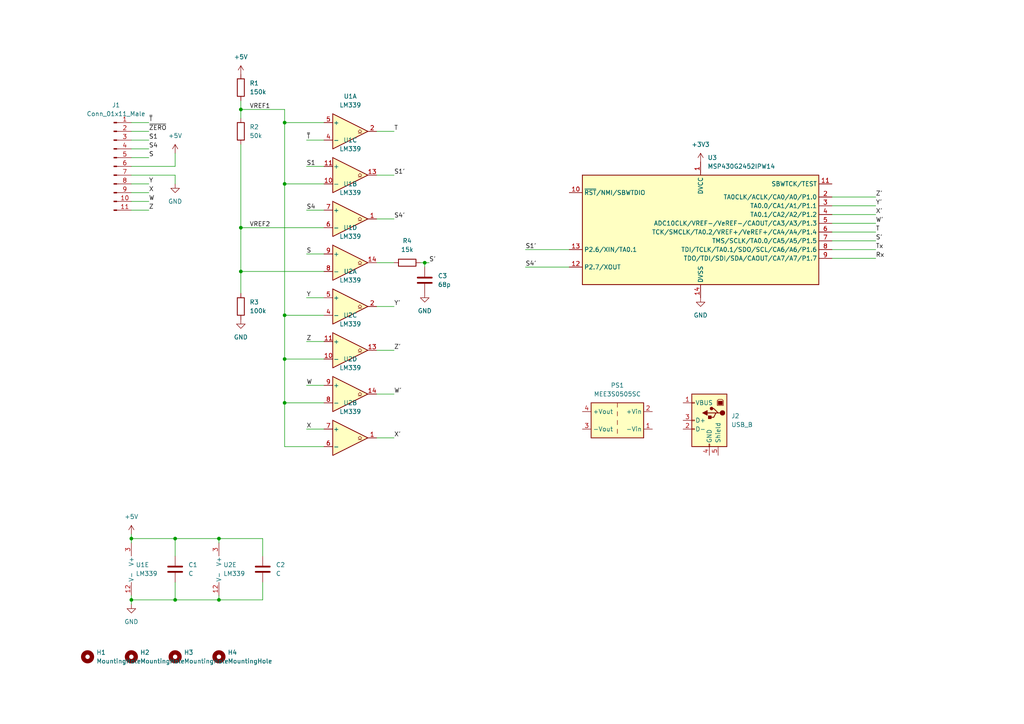
<source format=kicad_sch>
(kicad_sch (version 20211123) (generator eeschema)
  (paper "A4")
  (title_block (title "8000A DOU"))
  (lib_symbols
    (symbol "Comparator:LM339" (pin_names (offset 0.127))
      (property "Reference" "U" (at 0 5.08 0))
      (property "Value" "LM339" (at 0 -5.08 0))
      (symbol "LM339_1_1"
        (polyline (pts (xy -5.08 5.08) (xy 5.08 0) (xy -5.08 -5.08) (xy -5.08 5.08)) (stroke (width 0.254)) (fill (type background)))
        (polyline (pts (xy 3.302 -0.508) (xy 2.794 -0.508) (xy 3.302 0) (xy 2.794 0.508) (xy 2.286 0) (xy 2.794 -0.508) (xy 2.286 -0.508)) (stroke (width 0.127)))
        (pin open_collector line (at 7.62 0 180) (length 2.54) (name "~") (number "2"))
        (pin input line (at -7.62 -2.54 0) (length 2.54) (name "-") (number "4"))
        (pin input line (at -7.62 2.54 0) (length 2.54) (name "+") (number "5"))
      )
      (symbol "LM339_2_1"
        (polyline (pts (xy -5.08 5.08) (xy 5.08 0) (xy -5.08 -5.08) (xy -5.08 5.08)) (stroke (width 0.254)) (fill (type background)))
        (polyline (pts (xy 3.302 -0.508) (xy 2.794 -0.508) (xy 3.302 0) (xy 2.794 0.508) (xy 2.286 0) (xy 2.794 -0.508) (xy 2.286 -0.508)) (stroke (width 0.127)))
        (pin open_collector line (at 7.62 0 180) (length 2.54) (name "~") (number "1"))
        (pin input line (at -7.62 -2.54 0) (length 2.54) (name "-") (number "6"))
        (pin input line (at -7.62 2.54 0) (length 2.54) (name "+") (number "7"))
      )
      (symbol "LM339_3_1"
        (polyline (pts (xy -5.08 5.08) (xy 5.08 0) (xy -5.08 -5.08) (xy -5.08 5.08)) (stroke (width 0.254)) (fill (type background)))
        (polyline (pts (xy 3.302 -0.508) (xy 2.794 -0.508) (xy 3.302 0) (xy 2.794 0.508) (xy 2.286 0) (xy 2.794 -0.508) (xy 2.286 -0.508)) (stroke (width 0.127)))
        (pin input line (at -7.62 -2.54 0) (length 2.54) (name "-") (number "10"))
        (pin input line (at -7.62 2.54 0) (length 2.54) (name "+") (number "11"))
        (pin open_collector line (at 7.62 0 180) (length 2.54) (name "~") (number "13"))
      )
      (symbol "LM339_4_1"
        (polyline (pts (xy -5.08 5.08) (xy 5.08 0) (xy -5.08 -5.08) (xy -5.08 5.08)) (stroke (width 0.254)) (fill (type background)))
        (polyline (pts (xy 3.302 -0.508) (xy 2.794 -0.508) (xy 3.302 0) (xy 2.794 0.508) (xy 2.286 0) (xy 2.794 -0.508) (xy 2.286 -0.508)) (stroke (width 0.127)))
        (pin open_collector line (at 7.62 0 180) (length 2.54) (name "~") (number "14"))
        (pin input line (at -7.62 -2.54 0) (length 2.54) (name "-") (number "8"))
        (pin input line (at -7.62 2.54 0) (length 2.54) (name "+") (number "9"))
      )
      (symbol "LM339_5_1"
        (pin power_in line (at -2.54 -7.62 90) (length 3.81) (name "V-") (number "12"))
        (pin power_in line (at -2.54 7.62 270) (length 3.81) (name "V+") (number "3"))
      )
    )
    (symbol "Connector:Conn_01x11_Male" (pin_names (offset 1.016) hide)
      (property "Reference" "J" (at 0 15.24 0))
      (property "Value" "Conn_01x11_Male" (at 0 -15.24 0))
      (symbol "Conn_01x11_Male_1_1"
        (polyline (pts (xy 1.27 -12.7) (xy 0.8636 -12.7)) (stroke (width 0.1524)))
        (polyline (pts (xy 1.27 -10.16) (xy 0.8636 -10.16)) (stroke (width 0.1524)))
        (polyline (pts (xy 1.27 -7.62) (xy 0.8636 -7.62)) (stroke (width 0.1524)))
        (polyline (pts (xy 1.27 -5.08) (xy 0.8636 -5.08)) (stroke (width 0.1524)))
        (polyline (pts (xy 1.27 -2.54) (xy 0.8636 -2.54)) (stroke (width 0.1524)))
        (polyline (pts (xy 1.27 0) (xy 0.8636 0)) (stroke (width 0.1524)))
        (polyline (pts (xy 1.27 2.54) (xy 0.8636 2.54)) (stroke (width 0.1524)))
        (polyline (pts (xy 1.27 5.08) (xy 0.8636 5.08)) (stroke (width 0.1524)))
        (polyline (pts (xy 1.27 7.62) (xy 0.8636 7.62)) (stroke (width 0.1524)))
        (polyline (pts (xy 1.27 10.16) (xy 0.8636 10.16)) (stroke (width 0.1524)))
        (polyline (pts (xy 1.27 12.7) (xy 0.8636 12.7)) (stroke (width 0.1524)))
        (rectangle (start 0.8636 -12.573) (end 0 -12.827) (stroke (width 0.1524)) (fill (type outline)))
        (rectangle (start 0.8636 -10.033) (end 0 -10.287) (stroke (width 0.1524)) (fill (type outline)))
        (rectangle (start 0.8636 -7.493) (end 0 -7.747) (stroke (width 0.1524)) (fill (type outline)))
        (rectangle (start 0.8636 -4.953) (end 0 -5.207) (stroke (width 0.1524)) (fill (type outline)))
        (rectangle (start 0.8636 -2.413) (end 0 -2.667) (stroke (width 0.1524)) (fill (type outline)))
        (rectangle (start 0.8636 0.127) (end 0 -0.127) (stroke (width 0.1524)) (fill (type outline)))
        (rectangle (start 0.8636 2.667) (end 0 2.413) (stroke (width 0.1524)) (fill (type outline)))
        (rectangle (start 0.8636 5.207) (end 0 4.953) (stroke (width 0.1524)) (fill (type outline)))
        (rectangle (start 0.8636 7.747) (end 0 7.493) (stroke (width 0.1524)) (fill (type outline)))
        (rectangle (start 0.8636 10.287) (end 0 10.033) (stroke (width 0.1524)) (fill (type outline)))
        (rectangle (start 0.8636 12.827) (end 0 12.573) (stroke (width 0.1524)) (fill (type outline)))
        (pin passive line (at 5.08 12.7 180) (length 3.81) (name "Pin_1") (number "1"))
        (pin passive line (at 5.08 -10.16 180) (length 3.81) (name "Pin_10") (number "10"))
        (pin passive line (at 5.08 -12.7 180) (length 3.81) (name "Pin_11") (number "11"))
        (pin passive line (at 5.08 10.16 180) (length 3.81) (name "Pin_2") (number "2"))
        (pin passive line (at 5.08 7.62 180) (length 3.81) (name "Pin_3") (number "3"))
        (pin passive line (at 5.08 5.08 180) (length 3.81) (name "Pin_4") (number "4"))
        (pin passive line (at 5.08 2.54 180) (length 3.81) (name "Pin_5") (number "5"))
        (pin passive line (at 5.08 0 180) (length 3.81) (name "Pin_6") (number "6"))
        (pin passive line (at 5.08 -2.54 180) (length 3.81) (name "Pin_7") (number "7"))
        (pin passive line (at 5.08 -5.08 180) (length 3.81) (name "Pin_8") (number "8"))
        (pin passive line (at 5.08 -7.62 180) (length 3.81) (name "Pin_9") (number "9"))
      )
    )
    (symbol "Connector:USB_B" (pin_names (offset 1.016))
      (property "Reference" "J" (at -5.08 11.43 0))
      (property "Value" "USB_B" (at -5.08 8.89 0))
      (symbol "USB_B_0_1"
        (rectangle (start -5.08 -7.62) (end 5.08 7.62) (stroke (width 0.254)) (fill (type background)))
        (circle (center -3.81 2.159) (radius 0.635) (stroke (width 0.254)) (fill (type outline)))
        (rectangle (start -3.81 5.588) (end -2.54 4.572) (fill (type outline)))
        (circle (center -0.635 3.429) (radius 0.381) (stroke (width 0.254)) (fill (type outline)))
        (rectangle (start -0.127 -7.62) (end 0.127 -6.858))
        (polyline (pts (xy -1.905 2.159) (xy 0.635 2.159)) (stroke (width 0.254)))
        (polyline (pts (xy -3.175 2.159) (xy -2.54 2.159) (xy -1.27 3.429) (xy -0.635 3.429)) (stroke (width 0.254)))
        (polyline (pts (xy -2.54 2.159) (xy -1.905 2.159) (xy -1.27 0.889) (xy 0 0.889)) (stroke (width 0.254)))
        (polyline (pts (xy 0.635 2.794) (xy 0.635 1.524) (xy 1.905 2.159) (xy 0.635 2.794)) (stroke (width 0.254)) (fill (type outline)))
        (polyline (pts (xy -4.064 4.318) (xy -2.286 4.318) (xy -2.286 5.715) (xy -2.667 6.096) (xy -3.683 6.096) (xy -4.064 5.715) (xy -4.064 4.318)))
        (rectangle (start 0.254 1.27) (end -0.508 0.508) (stroke (width 0.254)) (fill (type outline)))
        (rectangle (start 5.08 -2.667) (end 4.318 -2.413))
        (rectangle (start 5.08 -0.127) (end 4.318 0.127))
        (rectangle (start 5.08 4.953) (end 4.318 5.207))
      )
      (symbol "USB_B_1_1"
        (pin power_out line (at 7.62 5.08 180) (length 2.54) (name "VBUS") (number "1"))
        (pin bidirectional line (at 7.62 -2.54 180) (length 2.54) (name "D-") (number "2"))
        (pin bidirectional line (at 7.62 0 180) (length 2.54) (name "D+") (number "3"))
        (pin power_out line (at 0 -10.16 90) (length 2.54) (name "GND") (number "4"))
        (pin passive line (at -2.54 -10.16 90) (length 2.54) (name "Shield") (number "5"))
      )
    )
    (symbol "Converter_DCDC:MEE3S0505SC"
      (property "Reference" "PS" (at -7.62 6.35 0))
      (property "Value" "MEE3S0505SC" (at 1.27 6.35 0))
      (symbol "MEE3S0505SC_0_0"
        (pin power_in line (at -10.16 -2.54 0) (length 2.54) (name "-Vin") (number "1"))
        (pin power_in line (at -10.16 2.54 0) (length 2.54) (name "+Vin") (number "2"))
        (pin power_out line (at 10.16 -2.54 180) (length 2.54) (name "-Vout") (number "3"))
        (pin power_out line (at 10.16 2.54 180) (length 2.54) (name "+Vout") (number "4"))
      )
      (symbol "MEE3S0505SC_0_1"
        (rectangle (start -7.62 5.08) (end 7.62 -5.08) (stroke (width 0.254)) (fill (type background)))
        (polyline (pts (xy 0 -2.54) (xy 0 -3.81)))
        (polyline (pts (xy 0 0) (xy 0 -1.27)))
        (polyline (pts (xy 0 2.54) (xy 0 1.27)))
        (polyline (pts (xy 0 5.08) (xy 0 3.81)))
      )
    )
    (symbol "Device:C" (pin_numbers hide) (pin_names (offset 0.254))
      (property "Reference" "C" (at 0.635 2.54 0))
      (property "Value" "C" (at 0.635 -2.54 0))
      (symbol "C_0_1"
        (polyline (pts (xy -2.032 -0.762) (xy 2.032 -0.762)) (stroke (width 0.508)))
        (polyline (pts (xy -2.032 0.762) (xy 2.032 0.762)) (stroke (width 0.508)))
      )
      (symbol "C_1_1"
        (pin passive line (at 0 3.81 270) (length 2.794) (name "~") (number "1"))
        (pin passive line (at 0 -3.81 90) (length 2.794) (name "~") (number "2"))
      )
    )
    (symbol "Device:R" (pin_numbers hide) (pin_names (offset 0))
      (property "Reference" "R" (at 2.032 0 90))
      (property "Value" "R" (at 0 0 90))
      (symbol "R_0_1"
        (rectangle (start -1.016 -2.54) (end 1.016 2.54) (stroke (width 0.254)))
      )
      (symbol "R_1_1"
        (pin passive line (at 0 3.81 270) (length 1.27) (name "~") (number "1"))
        (pin passive line (at 0 -3.81 90) (length 1.27) (name "~") (number "2"))
      )
    )
    (symbol "MCU_Texas_MSP430:MSP430G2452IPW14"
      (property "Reference" "U" (at -33.02 17.78 0))
      (property "Value" "MSP430G2452IPW14" (at 26.67 -16.51 0))
      (symbol "MSP430G2452IPW14_0_1"
        (rectangle (start -34.29 16.51) (end 34.29 -15.24) (stroke (width 0.254)) (fill (type background)))
      )
      (symbol "MSP430G2452IPW14_1_1"
        (pin power_in line (at 0 20.32 270) (length 3.81) (name "DVCC") (number "1"))
        (pin input line (at -38.1 11.43 0) (length 3.81) (name "~{RST}/NMI/SBWTDIO") (number "10"))
        (pin input line (at 38.1 13.97 180) (length 3.81) (name "SBWTCK/TEST") (number "11"))
        (pin bidirectional line (at -38.1 -10.16 0) (length 3.81) (name "P2.7/XOUT") (number "12"))
        (pin bidirectional line (at -38.1 -5.08 0) (length 3.81) (name "P2.6/XIN/TA0.1") (number "13"))
        (pin power_in line (at 0 -19.05 90) (length 3.81) (name "DVSS") (number "14"))
        (pin bidirectional line (at 38.1 10.16 180) (length 3.81) (name "TA0CLK/ACLK/CA0/A0/P1.0") (number "2"))
        (pin bidirectional line (at 38.1 7.62 180) (length 3.81) (name "TA0.0/CA1/A1/P1.1") (number "3"))
        (pin bidirectional line (at 38.1 5.08 180) (length 3.81) (name "TA0.1/CA2/A2/P1.2") (number "4"))
        (pin bidirectional line (at 38.1 2.54 180) (length 3.81) (name "ADC10CLK/VREF-/VeREF-/CAOUT/CA3/A3/P1.3") (number "5"))
        (pin bidirectional line (at 38.1 0 180) (length 3.81) (name "TCK/SMCLK/TA0.2/VREF+/VeREF+/CA4/A4/P1.4") (number "6"))
        (pin bidirectional line (at 38.1 -2.54 180) (length 3.81) (name "TMS/SCLK/TA0.0/CA5/A5/P1.5") (number "7"))
        (pin bidirectional line (at 38.1 -5.08 180) (length 3.81) (name "TDI/TCLK/TA0.1/SDO/SCL/CA6/A6/P1.6") (number "8"))
        (pin bidirectional line (at 38.1 -7.62 180) (length 3.81) (name "TDO/TDI/SDI/SDA/CAOUT/CA7/A7/P1.7") (number "9"))
      )
    )
    (symbol "Mechanical:MountingHole" (pin_names (offset 1.016))
      (property "Reference" "H" (at 0 5.08 0))
      (property "Value" "MountingHole" (at 0 3.175 0))
      (symbol "MountingHole_0_1"
        (circle (center 0 0) (radius 1.27) (stroke (width 1.27)))
      )
    )
    (symbol "power:+3.3V" (power) (pin_names (offset 0))
      (property "Value" "+3.3V" (at 0 3.556 0))
      (symbol "+3.3V_0_1"
        (polyline (pts (xy -0.762 1.27) (xy 0 2.54)))
        (polyline (pts (xy 0 0) (xy 0 2.54)))
        (polyline (pts (xy 0 2.54) (xy 0.762 1.27)))
      )
      (symbol "+3.3V_1_1"
        (pin power_in line (at 0 0 90) (length 0) hide (name "+3V3") (number "1"))
      )
    )
    (symbol "power:+5V" (power) (pin_names (offset 0))
      (property "Value" "+5V" (at 0 3.556 0))
      (symbol "+5V_0_1"
        (polyline (pts (xy -0.762 1.27) (xy 0 2.54)))
        (polyline (pts (xy 0 0) (xy 0 2.54)))
        (polyline (pts (xy 0 2.54) (xy 0.762 1.27)))
      )
      (symbol "+5V_1_1"
        (pin power_in line (at 0 0 90) (length 0) hide (name "+5V") (number "1"))
      )
    )
    (symbol "power:GND" (power) (pin_names (offset 0))
      (property "Value" "GND" (at 0 -3.81 0))
      (symbol "GND_0_1"
        (polyline (pts (xy 0 0) (xy 0 -1.27) (xy 1.27 -1.27) (xy 0 -2.54) (xy -1.27 -1.27) (xy 0 -1.27)))
      )
      (symbol "GND_1_1"
        (pin power_in line (at 0 0 270) (length 0) hide (name "GND") (number "1"))
      )
    )
  )
  (junction (at 50.8 156.21))
  (junction (at 69.85 66.04))
  (junction (at 38.1 156.21))
  (junction (at 123.19 76.2))
  (junction (at 82.55 104.14))
  (junction (at 82.55 35.56))
  (junction (at 63.5 173.99))
  (junction (at 82.55 91.44))
  (junction (at 63.5 156.21))
  (junction (at 50.8 173.99))
  (junction (at 69.85 31.75))
  (junction (at 82.55 53.34))
  (junction (at 69.85 78.74))
  (junction (at 82.55 116.84))
  (junction (at 38.1 173.99))
  (wire (pts (xy 38.1 50.8) (xy 50.8 50.8)))
  (wire (pts (xy 123.19 76.2) (xy 124.46 76.2)))
  (wire (pts (xy 241.3 62.23) (xy 254 62.23)))
  (wire (pts (xy 109.22 114.3) (xy 114.3 114.3)))
  (wire (pts (xy 76.2 161.29) (xy 76.2 156.21)))
  (wire (pts (xy 109.22 50.8) (xy 114.3 50.8)))
  (wire (pts (xy 76.2 173.99) (xy 63.5 173.99)))
  (wire (pts (xy 93.98 104.14) (xy 82.55 104.14)))
  (wire (pts (xy 93.98 129.54) (xy 82.55 129.54)))
  (wire (pts (xy 82.55 35.56) (xy 93.98 35.56)))
  (wire (pts (xy 109.22 127) (xy 114.3 127)))
  (wire (pts (xy 88.9 99.06) (xy 93.98 99.06)))
  (wire (pts (xy 93.98 91.44) (xy 82.55 91.44)))
  (wire (pts (xy 38.1 38.1) (xy 43.18 38.1)))
  (wire (pts (xy 38.1 60.96) (xy 43.18 60.96)))
  (wire (pts (xy 93.98 53.34) (xy 82.55 53.34)))
  (wire (pts (xy 152.4 72.39) (xy 165.1 72.39)))
  (wire (pts (xy 88.9 111.76) (xy 93.98 111.76)))
  (wire (pts (xy 109.22 38.1) (xy 114.3 38.1)))
  (wire (pts (xy 88.9 86.36) (xy 93.98 86.36)))
  (wire (pts (xy 93.98 116.84) (xy 82.55 116.84)))
  (wire (pts (xy 50.8 156.21) (xy 38.1 156.21)))
  (wire (pts (xy 82.55 104.14) (xy 82.55 91.44)))
  (wire (pts (xy 93.98 78.74) (xy 69.85 78.74)))
  (wire (pts (xy 50.8 156.21) (xy 63.5 156.21)))
  (wire (pts (xy 82.55 31.75) (xy 69.85 31.75)))
  (wire (pts (xy 38.1 45.72) (xy 43.18 45.72)))
  (wire (pts (xy 241.3 67.31) (xy 254 67.31)))
  (wire (pts (xy 88.9 60.96) (xy 93.98 60.96)))
  (wire (pts (xy 241.3 57.15) (xy 254 57.15)))
  (wire (pts (xy 88.9 48.26) (xy 93.98 48.26)))
  (wire (pts (xy 82.55 116.84) (xy 82.55 104.14)))
  (wire (pts (xy 38.1 173.99) (xy 38.1 172.72)))
  (wire (pts (xy 109.22 76.2) (xy 114.3 76.2)))
  (wire (pts (xy 241.3 64.77) (xy 254 64.77)))
  (wire (pts (xy 109.22 101.6) (xy 114.3 101.6)))
  (wire (pts (xy 50.8 44.45) (xy 50.8 48.26)))
  (wire (pts (xy 82.55 129.54) (xy 82.55 116.84)))
  (wire (pts (xy 109.22 63.5) (xy 114.3 63.5)))
  (wire (pts (xy 50.8 161.29) (xy 50.8 156.21)))
  (wire (pts (xy 241.3 69.85) (xy 254 69.85)))
  (wire (pts (xy 69.85 66.04) (xy 69.85 78.74)))
  (wire (pts (xy 63.5 156.21) (xy 63.5 157.48)))
  (wire (pts (xy 152.4 77.47) (xy 165.1 77.47)))
  (wire (pts (xy 88.9 73.66) (xy 93.98 73.66)))
  (wire (pts (xy 69.85 66.04) (xy 93.98 66.04)))
  (wire (pts (xy 38.1 156.21) (xy 38.1 157.48)))
  (wire (pts (xy 76.2 156.21) (xy 63.5 156.21)))
  (wire (pts (xy 38.1 43.18) (xy 43.18 43.18)))
  (wire (pts (xy 241.3 72.39) (xy 254 72.39)))
  (wire (pts (xy 69.85 78.74) (xy 69.85 85.09)))
  (wire (pts (xy 38.1 53.34) (xy 43.18 53.34)))
  (wire (pts (xy 69.85 31.75) (xy 69.85 29.21)))
  (wire (pts (xy 38.1 154.94) (xy 38.1 156.21)))
  (wire (pts (xy 38.1 58.42) (xy 43.18 58.42)))
  (wire (pts (xy 109.22 88.9) (xy 114.3 88.9)))
  (wire (pts (xy 82.55 91.44) (xy 82.55 53.34)))
  (wire (pts (xy 50.8 50.8) (xy 50.8 53.34)))
  (wire (pts (xy 63.5 173.99) (xy 63.5 172.72)))
  (wire (pts (xy 38.1 48.26) (xy 50.8 48.26)))
  (wire (pts (xy 38.1 40.64) (xy 43.18 40.64)))
  (wire (pts (xy 38.1 35.56) (xy 43.18 35.56)))
  (wire (pts (xy 82.55 31.75) (xy 82.55 35.56)))
  (wire (pts (xy 88.9 124.46) (xy 93.98 124.46)))
  (wire (pts (xy 76.2 168.91) (xy 76.2 173.99)))
  (wire (pts (xy 241.3 59.69) (xy 254 59.69)))
  (wire (pts (xy 50.8 173.99) (xy 63.5 173.99)))
  (wire (pts (xy 82.55 35.56) (xy 82.55 53.34)))
  (wire (pts (xy 123.19 76.2) (xy 123.19 77.47)))
  (wire (pts (xy 241.3 74.93) (xy 254 74.93)))
  (wire (pts (xy 121.92 76.2) (xy 123.19 76.2)))
  (wire (pts (xy 38.1 173.99) (xy 50.8 173.99)))
  (wire (pts (xy 38.1 55.88) (xy 43.18 55.88)))
  (wire (pts (xy 69.85 41.91) (xy 69.85 66.04)))
  (wire (pts (xy 69.85 31.75) (xy 69.85 34.29)))
  (wire (pts (xy 88.9 40.64) (xy 93.98 40.64)))
  (wire (pts (xy 38.1 175.26) (xy 38.1 173.99)))
  (wire (pts (xy 50.8 168.91) (xy 50.8 173.99)))
  (label "Z" (at 88.9 99.06 0))
  (label "~{ZERO}" (at 43.18 38.1 0))
  (label "X" (at 43.18 55.88 0))
  (label "W" (at 43.18 58.42 0))
  (label "Z'" (at 254 57.15 0))
  (label "S1" (at 88.9 48.26 0))
  (label "VREF1" (at 72.39 31.75 0))
  (label "T" (at 254 67.31 0))
  (label "Z'" (at 114.3 101.6 0))
  (label "Z" (at 43.18 60.96 0))
  (label "S4'" (at 152.4 77.47 0))
  (label "T" (at 114.3 38.1 0))
  (label "S" (at 88.9 73.66 0))
  (label "~{T}" (at 43.18 35.56 0))
  (label "S" (at 43.18 45.72 0))
  (label "S1'" (at 114.3 50.8 0))
  (label "X" (at 88.9 124.46 0))
  (label "S'" (at 124.46 76.2 0))
  (label "S4'" (at 114.3 63.5 0))
  (label "Rx" (at 254 74.93 0))
  (label "W" (at 88.9 111.76 0))
  (label "Tx" (at 254 72.39 0))
  (label "Y'" (at 114.3 88.9 0))
  (label "S4" (at 43.18 43.18 0))
  (label "S'" (at 254 69.85 0))
  (label "W'" (at 114.3 114.3 0))
  (label "VREF2" (at 72.39 66.04 0))
  (label "~{T}" (at 88.9 40.64 0))
  (label "Y" (at 88.9 86.36 0))
  (label "Y'" (at 254 59.69 0))
  (label "X'" (at 254 62.23 0))
  (label "S4" (at 88.9 60.96 0))
  (label "X'" (at 114.3 127 0))
  (label "S1" (at 43.18 40.64 0))
  (label "Y" (at 43.18 53.34 0))
  (label "W'" (at 254 64.77 0))
  (label "S1'" (at 152.4 72.39 0))
  (symbol (lib_id "Device:C") (at 76.2 165.1 0) (unit 1)
    (property "Reference" "C2" (at 80.01 163.8299 0) (effects (justify left)))
    (property "Value" "C" (at 80.01 166.3699 0) (effects (justify left)))
    (property "Footprint" "Capacitor_SMD:C_0805_2012Metric" (effects hide))
  )
  (symbol (lib_id "Comparator:LM339") (at 101.6 76.2 0) (unit 4)
    (property "Reference" "U1" (at 101.6 66.04 0))
    (property "Value" "LM339" (at 101.6 68.58 0))
    (property "Footprint" "Package_SO:SOIC-14_3.9x8.7mm_P1.27mm" (effects hide))
    (property "Datasheet" "https://www.st.com/resource/en/datasheet/lm139.pdf" (effects hide))
  )
  (symbol (lib_id "Device:R") (at 69.85 25.4 0) (unit 1)
    (property "Reference" "R1" (at 72.39 24.1299 0) (effects (justify left)))
    (property "Value" "150k" (at 72.39 26.6699 0) (effects (justify left)))
    (property "Footprint" "Resistor_THT:R_Axial_DIN0207_L6.3mm_D2.5mm_P10.16mm_Horizontal" (effects hide))
  )
  (symbol (lib_id "Comparator:LM339") (at 66.04 165.1 0) (unit 5)
    (property "Reference" "U2" (at 64.77 163.8299 0) (effects (justify left)))
    (property "Value" "LM339" (at 64.77 166.3699 0) (effects (justify left)))
    (property "Footprint" "Package_SO:SOIC-14_3.9x8.7mm_P1.27mm" (effects hide))
    (property "Datasheet" "https://www.st.com/resource/en/datasheet/lm139.pdf" (effects hide))
  )
  (symbol (lib_id "power:+5V") (at 50.8 44.45 0) (unit 1)
    (property "Reference" "#PWR0102" (effects hide))
    (property "Value" "+5V" (at 50.8 39.37 0))
  )
  (symbol (lib_id "power:GND") (at 203.2 86.36 0) (unit 1)
    (property "Reference" "#PWR0103" (effects hide))
    (property "Value" "GND" (at 203.2 91.44 0))
  )
  (symbol (lib_id "Mechanical:MountingHole") (at 50.8 190.5 0) (unit 1)
    (property "Reference" "H3" (at 53.34 189.2299 0) (effects (justify left)))
    (property "Value" "MountingHole" (at 53.34 191.7699 0) (effects (justify left)))
    (property "Footprint" "MountingHole:MountingHole_3.2mm_M3" (effects hide))
  )
  (symbol (lib_id "Mechanical:MountingHole") (at 63.5 190.5 0) (unit 1)
    (property "Reference" "H4" (at 66.04 189.2299 0) (effects (justify left)))
    (property "Value" "MountingHole" (at 66.04 191.7699 0) (effects (justify left)))
    (property "Footprint" "MountingHole:MountingHole_3.2mm_M3" (effects hide))
  )
  (symbol (lib_id "Connector:Conn_01x11_Male") (at 33.02 48.26 0) (unit 1)
    (property "Reference" "J1" (at 33.655 30.48 0))
    (property "Value" "Conn_01x11_Male" (at 33.655 33.02 0))
    (property "Footprint" "Connector_PinHeader_2.54mm:PinHeader_1x11_P2.54mm_Vertical" (effects hide))
  )
  (symbol (lib_id "Comparator:LM339") (at 101.6 127 0) (unit 2)
    (property "Reference" "U2" (at 101.6 116.84 0))
    (property "Value" "LM339" (at 101.6 119.38 0))
    (property "Footprint" "Package_SO:SOIC-14_3.9x8.7mm_P1.27mm" (effects hide))
    (property "Datasheet" "https://www.st.com/resource/en/datasheet/lm139.pdf" (effects hide))
  )
  (symbol (lib_id "power:GND") (at 123.19 85.09 0) (unit 1)
    (property "Reference" "#PWR0105" (effects hide))
    (property "Value" "GND" (at 123.19 90.17 0))
  )
  (symbol (lib_id "Comparator:LM339") (at 101.6 50.8 0) (unit 3)
    (property "Reference" "U1" (at 101.6 40.64 0))
    (property "Value" "LM339" (at 101.6 43.18 0))
    (property "Footprint" "Package_SO:SOIC-14_3.9x8.7mm_P1.27mm" (effects hide))
    (property "Datasheet" "https://www.st.com/resource/en/datasheet/lm139.pdf" (effects hide))
  )
  (symbol (lib_id "Converter_DCDC:MEE3S0505SC") (at 179.07 121.92 0) (mirror y) (unit 1)
    (property "Reference" "PS1" (at 179.07 111.76 0))
    (property "Value" "MEE3S0505SC" (at 179.07 114.3 0))
    (property "Footprint" "Converter_DCDC:Converter_DCDC_Murata_MEE3SxxxxSC_THT" (effects hide))
    (property "Datasheet" "https://power.murata.com/pub/data/power/ncl/kdc_mee3.pdf" (effects hide))
  )
  (symbol (lib_id "Device:R") (at 69.85 38.1 0) (unit 1)
    (property "Reference" "R2" (at 72.39 36.8299 0) (effects (justify left)))
    (property "Value" "50k" (at 72.39 39.3699 0) (effects (justify left)))
    (property "Footprint" "Resistor_THT:R_Axial_DIN0207_L6.3mm_D2.5mm_P10.16mm_Horizontal" (effects hide))
  )
  (symbol (lib_id "Device:R") (at 69.85 88.9 0) (unit 1)
    (property "Reference" "R3" (at 72.39 87.6299 0) (effects (justify left)))
    (property "Value" "100k" (at 72.39 90.1699 0) (effects (justify left)))
    (property "Footprint" "Resistor_THT:R_Axial_DIN0207_L6.3mm_D2.5mm_P10.16mm_Horizontal" (effects hide))
  )
  (symbol (lib_id "power:+3.3V") (at 203.2 46.99 0) (unit 1)
    (property "Reference" "#PWR0111" (effects hide))
    (property "Value" "+3.3V" (at 203.2 41.91 0))
  )
  (symbol (lib_id "Comparator:LM339") (at 101.6 38.1 0) (unit 1)
    (property "Reference" "U1" (at 101.6 27.94 0))
    (property "Value" "LM339" (at 101.6 30.48 0))
    (property "Footprint" "Package_SO:SOIC-14_3.9x8.7mm_P1.27mm" (effects hide))
    (property "Datasheet" "https://www.st.com/resource/en/datasheet/lm139.pdf" (effects hide))
  )
  (symbol (lib_id "power:GND") (at 38.1 175.26 0) (unit 1)
    (property "Reference" "#PWR0106" (effects hide))
    (property "Value" "GND" (at 38.1 180.34 0))
  )
  (symbol (lib_id "Comparator:LM339") (at 101.6 63.5 0) (unit 2)
    (property "Reference" "U1" (at 101.6 53.34 0))
    (property "Value" "LM339" (at 101.6 55.88 0))
    (property "Footprint" "Package_SO:SOIC-14_3.9x8.7mm_P1.27mm" (effects hide))
    (property "Datasheet" "https://www.st.com/resource/en/datasheet/lm139.pdf" (effects hide))
  )
  (symbol (lib_id "Mechanical:MountingHole") (at 25.4 190.5 0) (unit 1)
    (property "Reference" "H1" (at 27.94 189.2299 0) (effects (justify left)))
    (property "Value" "MountingHole" (at 27.94 191.7699 0) (effects (justify left)))
    (property "Footprint" "MountingHole:MountingHole_3.2mm_M3" (effects hide))
  )
  (symbol (lib_id "Comparator:LM339") (at 101.6 114.3 0) (unit 4)
    (property "Reference" "U2" (at 101.6 104.14 0))
    (property "Value" "LM339" (at 101.6 106.68 0))
    (property "Footprint" "Package_SO:SOIC-14_3.9x8.7mm_P1.27mm" (effects hide))
    (property "Datasheet" "https://www.st.com/resource/en/datasheet/lm139.pdf" (effects hide))
  )
  (symbol (lib_id "Connector:USB_B") (at 205.74 121.92 0) (mirror y) (unit 1)
    (property "Reference" "J2" (at 212.09 120.6499 0) (effects (justify right)))
    (property "Value" "USB_B" (at 212.09 123.1899 0) (effects (justify right)))
    (property "Footprint" "Connector_USB:USB_B_Lumberg_2411_02_Horizontal" (effects hide))
    (property "Datasheet" " ~" (effects hide))
  )
  (symbol (lib_id "Device:R") (at 118.11 76.2 90) (unit 1)
    (property "Reference" "R4" (at 118.11 69.85 90))
    (property "Value" "15k" (at 118.11 72.39 90))
    (property "Footprint" "Resistor_THT:R_Axial_DIN0207_L6.3mm_D2.5mm_P10.16mm_Horizontal" (effects hide))
  )
  (symbol (lib_id "Comparator:LM339") (at 40.64 165.1 0) (unit 5)
    (property "Reference" "U1" (at 39.37 163.8299 0) (effects (justify left)))
    (property "Value" "LM339" (at 39.37 166.3699 0) (effects (justify left)))
    (property "Footprint" "Package_SO:SOIC-14_3.9x8.7mm_P1.27mm" (effects hide))
    (property "Datasheet" "https://www.st.com/resource/en/datasheet/lm139.pdf" (effects hide))
  )
  (symbol (lib_id "power:GND") (at 50.8 53.34 0) (unit 1)
    (property "Reference" "#PWR0101" (effects hide))
    (property "Value" "GND" (at 50.8 58.42 0))
  )
  (symbol (lib_id "Device:C") (at 123.19 81.28 0) (unit 1)
    (property "Reference" "C3" (at 127 80.0099 0) (effects (justify left)))
    (property "Value" "68p" (at 127 82.5499 0) (effects (justify left)))
    (property "Footprint" "Capacitor_SMD:C_0805_2012Metric" (effects hide))
  )
  (symbol (lib_id "Device:C") (at 50.8 165.1 0) (unit 1)
    (property "Reference" "C1" (at 54.61 163.8299 0) (effects (justify left)))
    (property "Value" "C" (at 54.61 166.3699 0) (effects (justify left)))
    (property "Footprint" "Capacitor_SMD:C_0805_2012Metric" (effects hide))
  )
  (symbol (lib_id "power:+5V") (at 38.1 154.94 0) (unit 1)
    (property "Reference" "#PWR0104" (effects hide))
    (property "Value" "+5V" (at 38.1 149.86 0))
  )
  (symbol (lib_id "MCU_Texas_MSP430:MSP430G2452IPW14") (at 203.2 67.31 0) (unit 1)
    (property "Reference" "U3" (at 205.2194 45.72 0) (effects (justify left)))
    (property "Value" "MSP430G2452IPW14" (at 205.2194 48.26 0) (effects (justify left)))
    (property "Footprint" "Package_SO:TSSOP-14_4.4x5mm_P0.65mm" (effects hide))
    (property "Datasheet" "http://www.ti.com/lit/ds/symlink/msp430g2452.pdf" (effects hide))
  )
  (symbol (lib_id "Comparator:LM339") (at 101.6 88.9 0) (unit 1)
    (property "Reference" "U2" (at 101.6 78.74 0))
    (property "Value" "LM339" (at 101.6 81.28 0))
    (property "Footprint" "Package_SO:SOIC-14_3.9x8.7mm_P1.27mm" (effects hide))
    (property "Datasheet" "https://www.st.com/resource/en/datasheet/lm139.pdf" (effects hide))
  )
  (symbol (lib_id "Comparator:LM339") (at 101.6 101.6 0) (unit 3)
    (property "Reference" "U2" (at 101.6 91.44 0))
    (property "Value" "LM339" (at 101.6 93.98 0))
    (property "Footprint" "Package_SO:SOIC-14_3.9x8.7mm_P1.27mm" (effects hide))
    (property "Datasheet" "https://www.st.com/resource/en/datasheet/lm139.pdf" (effects hide))
  )
  (symbol (lib_id "power:+5V") (at 69.85 21.59 0) (unit 1)
    (property "Reference" "#PWR0110" (effects hide))
    (property "Value" "+5V" (at 69.85 16.51 0))
  )
  (symbol (lib_id "Mechanical:MountingHole") (at 38.1 190.5 0) (unit 1)
    (property "Reference" "H2" (at 40.64 189.2299 0) (effects (justify left)))
    (property "Value" "MountingHole" (at 40.64 191.7699 0) (effects (justify left)))
    (property "Footprint" "MountingHole:MountingHole_3.2mm_M3" (effects hide))
  )
  (symbol (lib_id "power:GND") (at 69.85 92.71 0) (unit 1)
    (property "Reference" "#PWR0112" (effects hide))
    (property "Value" "GND" (at 69.85 97.79 0))
  )
)
</source>
